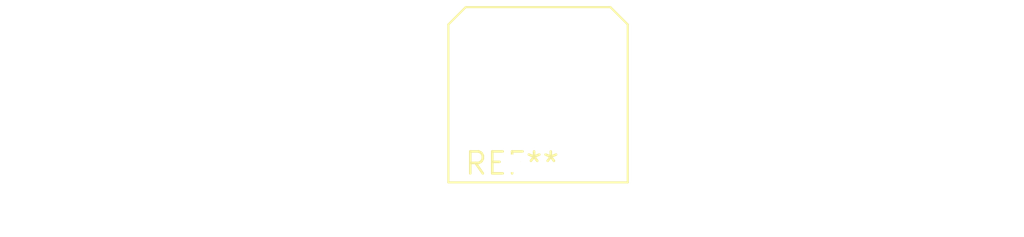
<source format=kicad_pcb>
(kicad_pcb (version 20240108) (generator pcbnew)
  (layers (0 "F.Cu" signal) (31 "B.Cu" signal) (34 "B.Paste" user) (35 "F.Paste" user) (36 "B.SilkS" user "B.Silkscreen") (37 "F.SilkS" user "F.Silkscreen") (38 "B.Mask" user) (39 "F.Mask" user) (44 "Edge.Cuts" user))
  (net 0 "")
  (footprint "Molex_Micro-Fit_3.0_43045-0400_2x02_P3.00mm_Horizontal" (layer "F.Cu") (at 0 0)
    (property "Reference" "REF**")
    (property "Value" "Molex_Micro-Fit_3.0_43045-0400_2x02_P3.00mm_Horizontal")
    (fp_line (start -3.685 -8.03) (end -2.685 -9.03) (layer "F.SilkS") (stroke (width 0.12)))
    (fp_line (start -3.685 1.1) (end -3.685 -8.03) (layer "F.SilkS") (stroke (width 0.12)))
    (fp_line (start -2.685 -9.03) (end 5.685 -9.03) (layer "F.SilkS") (stroke (width 0.12)))
    (fp_line (start 5.685 -9.03) (end 6.685 -8.03) (layer "F.SilkS") (stroke (width 0.12)))
    (fp_line (start 6.685 -8.03) (end 6.685 1.1) (layer "F.SilkS") (stroke (width 0.12)))
    (fp_line (start 6.685 1.1) (end -3.685 1.1) (layer "F.SilkS") (stroke (width 0.12)))
    (pad "" np_thru_hole circle (at 1.5 -4.32) (size 3 3) (drill 3) (layers *.Cu *.Mask))
    (pad "1" thru_hole roundrect (at 0 0) (size 1.5 1.5) (drill 1.02) (layers *.Cu *.Mask) (remove_unused_layers) (roundrect_rratio 0.166667))
    (pad "2" thru_hole circle (at 3 0) (size 1.5 1.5) (drill 1.02) (layers *.Cu *.Mask) (remove_unused_layers))
    (pad "3" thru_hole circle (at 0 3) (size 1.5 1.5) (drill 1.02) (layers *.Cu *.Mask) (remove_unused_layers))
    (pad "4" thru_hole circle (at 3 3) (size 1.5 1.5) (drill 1.02) (layers *.Cu *.Mask) (remove_unused_layers))
  )
)
</source>
